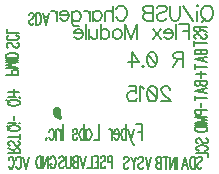
<source format=gbo>
G04 DipTrace 2.4.0.2*
%INQiUSBCharger.gbo*%
%MOMM*%
%ADD10C,0.25*%
%ADD11C,0.14*%
%ADD74O,0.723X0.863*%
%ADD105C,0.157*%
%FSLAX53Y53*%
G04*
G71*
G90*
G75*
G01*
%LNBotSilk*%
%LPD*%
G36*
X17491Y17042D2*
X16874Y17675D1*
X17358Y18022D1*
X17484Y17865D1*
X17491Y17042D1*
G37*
D74*
X17209Y17737D3*
X17494Y17158D2*
D10*
G02X16978Y17662I68J586D01*
G01*
X17508Y17182D2*
G03X17448Y17802I-970J219D01*
G01*
X14058Y18440D2*
D105*
X14011Y18382D1*
X13913Y18323D1*
X13816Y18294D1*
X13670Y18265D1*
X13427D1*
X13281Y18294D1*
X13185Y18323D1*
X13087Y18382D1*
X13039Y18440D1*
Y18556D1*
X13087Y18615D1*
X13185Y18673D1*
X13281Y18702D1*
X13427Y18732D1*
X13670D1*
X13816Y18702D1*
X13913Y18673D1*
X14011Y18615D1*
X14058Y18556D1*
Y18440D1*
X13233Y18527D2*
X12941Y18702D1*
X14058Y18920D2*
X14010Y18949D1*
X14058Y18979D1*
X14108Y18949D1*
X14058Y18920D1*
X13718Y18949D2*
X13037D1*
X13985Y19429D2*
X13110D1*
X13547Y19167D2*
Y19692D1*
X14070Y16294D2*
X14023Y16236D1*
X13925Y16177D1*
X13827Y16148D1*
X13681Y16119D1*
X13439D1*
X13293Y16148D1*
X13196Y16177D1*
X13098Y16236D1*
X13050Y16294D1*
Y16410D1*
X13098Y16469D1*
X13196Y16527D1*
X13293Y16556D1*
X13439Y16586D1*
X13681D1*
X13827Y16556D1*
X13925Y16527D1*
X14023Y16469D1*
X14070Y16410D1*
Y16294D1*
X13244Y16381D2*
X12952Y16556D1*
X14070Y16774D2*
X14022Y16803D1*
X14070Y16832D1*
X14119Y16803D1*
X14070Y16774D1*
X13730Y16803D2*
X13049D1*
X13559Y17021D2*
Y17358D1*
X13611Y14240D2*
Y14502D1*
X13661Y14589D1*
X13709Y14619D1*
X13805Y14648D1*
X13903D1*
X14000Y14619D1*
X14049Y14589D1*
X14097Y14502D1*
Y14240D1*
X13077D1*
X13611Y14444D2*
X13077Y14648D1*
X13951Y15244D2*
X14049Y15187D1*
X14097Y15099D1*
Y14982D1*
X14049Y14895D1*
X13951Y14836D1*
X13855D1*
X13757Y14866D1*
X13709Y14895D1*
X13661Y14953D1*
X13563Y15128D1*
X13515Y15187D1*
X13465Y15216D1*
X13369Y15244D1*
X13223D1*
X13126Y15187D1*
X13077Y15099D1*
Y14982D1*
X13126Y14895D1*
X13223Y14836D1*
X14097Y15637D2*
X13077D1*
X14097Y15433D2*
Y15841D1*
X13407Y20869D2*
Y21132D1*
X13455Y21219D1*
X13505Y21248D1*
X13601Y21277D1*
X13747D1*
X13844Y21248D1*
X13893Y21219D1*
X13942Y21132D1*
Y20869D1*
X12921D1*
Y21932D2*
X13942D1*
X12921Y21699D1*
X13942Y21465D1*
X12921D1*
X13942Y22120D2*
X12921D1*
X13942Y22308D2*
X12921D1*
Y22512D1*
X12970Y22600D1*
X13067Y22659D1*
X13164Y22688D1*
X13309Y22717D1*
X13553D1*
X13699Y22688D1*
X13796Y22659D1*
X13893Y22600D1*
X13942Y22512D1*
Y22308D1*
X13829Y23589D2*
X13927Y23531D1*
X13975Y23443D1*
Y23327D1*
X13927Y23239D1*
X13829Y23180D1*
X13733D1*
X13635Y23210D1*
X13587Y23239D1*
X13538Y23297D1*
X13441Y23472D1*
X13392Y23531D1*
X13343Y23560D1*
X13246Y23589D1*
X13100D1*
X13004Y23531D1*
X12954Y23443D1*
Y23327D1*
X13004Y23239D1*
X13100Y23180D1*
X13733Y24214D2*
X13829Y24185D1*
X13927Y24127D1*
X13975Y24069D1*
Y23952D1*
X13927Y23893D1*
X13829Y23836D1*
X13733Y23806D1*
X13587Y23777D1*
X13343D1*
X13198Y23806D1*
X13100Y23836D1*
X13004Y23893D1*
X12954Y23952D1*
Y24069D1*
X13004Y24127D1*
X13100Y24185D1*
X13198Y24214D1*
X13975Y24402D2*
X12954D1*
Y24752D1*
X15265Y25239D2*
X15207Y25142D1*
X15119Y25093D1*
X15003D1*
X14915Y25142D1*
X14856Y25239D1*
Y25336D1*
X14886Y25434D1*
X14915Y25482D1*
X14973Y25530D1*
X15148Y25628D1*
X15207Y25676D1*
X15236Y25726D1*
X15265Y25822D1*
Y25968D1*
X15207Y26065D1*
X15119Y26114D1*
X15003D1*
X14915Y26065D1*
X14856Y25968D1*
X15453Y25093D2*
Y26114D1*
X15657D1*
X15745Y26065D1*
X15803Y25968D1*
X15832Y25870D1*
X15861Y25726D1*
Y25482D1*
X15832Y25336D1*
X15803Y25239D1*
X15745Y25142D1*
X15657Y25093D1*
X15453D1*
X16516Y26114D2*
X16283Y25093D1*
X16049Y26114D1*
X16137Y25774D2*
X16429D1*
X29071Y13796D2*
X29129Y13894D1*
X29217Y13942D1*
X29333D1*
X29421Y13894D1*
X29479Y13796D1*
Y13699D1*
X29450Y13602D1*
X29421Y13553D1*
X29363Y13505D1*
X29188Y13407D1*
X29129Y13359D1*
X29100Y13310D1*
X29071Y13213D1*
Y13067D1*
X29129Y12970D1*
X29217Y12921D1*
X29333D1*
X29421Y12970D1*
X29479Y13067D1*
X28883Y13942D2*
Y12921D1*
X28679D1*
X28591Y12970D1*
X28532Y13067D1*
X28503Y13165D1*
X28474Y13310D1*
Y13553D1*
X28503Y13699D1*
X28532Y13796D1*
X28591Y13894D1*
X28679Y13942D1*
X28883D1*
X27819Y12921D2*
X28053Y13942D1*
X28286Y12921D1*
X28199Y13261D2*
X27907D1*
X29143Y15076D2*
X29045Y15134D1*
X28997Y15221D1*
Y15338D1*
X29045Y15425D1*
X29143Y15484D1*
X29240D1*
X29337Y15454D1*
X29386Y15425D1*
X29434Y15367D1*
X29532Y15192D1*
X29580Y15134D1*
X29629Y15105D1*
X29726Y15076D1*
X29872D1*
X29968Y15134D1*
X30018Y15221D1*
Y15338D1*
X29968Y15425D1*
X29872Y15484D1*
X29240Y14450D2*
X29143Y14479D1*
X29045Y14538D1*
X28997Y14596D1*
Y14712D1*
X29045Y14771D1*
X29143Y14829D1*
X29240Y14858D1*
X29386Y14887D1*
X29629D1*
X29774Y14858D1*
X29872Y14829D1*
X29968Y14771D1*
X30018Y14712D1*
Y14596D1*
X29968Y14538D1*
X29872Y14479D1*
X29774Y14450D1*
X28997Y14262D2*
X30018D1*
Y13912D1*
X29457Y17872D2*
Y17609D1*
X29409Y17522D1*
X29359Y17493D1*
X29263Y17464D1*
X29117D1*
X29020Y17493D1*
X28971Y17522D1*
X28923Y17609D1*
Y17872D1*
X29943D1*
Y16809D2*
X28923D1*
X29943Y17042D1*
X28923Y17275D1*
X29943D1*
X28923Y16621D2*
X29943D1*
X28923Y16433D2*
X29943D1*
Y16228D1*
X29894Y16141D1*
X29797Y16082D1*
X29700Y16053D1*
X29555Y16024D1*
X29311D1*
X29165Y16053D1*
X29069Y16082D1*
X28971Y16141D1*
X28923Y16228D1*
Y16433D1*
X28889Y20362D2*
X29910D1*
Y20099D1*
X29860Y20011D1*
X29812Y19982D1*
X29716Y19953D1*
X29570D1*
X29472Y19982D1*
X29424Y20011D1*
X29375Y20099D1*
X29326Y20011D1*
X29278Y19982D1*
X29181Y19953D1*
X29083D1*
X28987Y19982D1*
X28937Y20011D1*
X28889Y20099D1*
Y20362D1*
X29375D2*
Y20099D1*
X29910Y19298D2*
X28889Y19532D1*
X29910Y19765D1*
X29570Y19678D2*
Y19386D1*
X28889Y18906D2*
X29910D1*
X28889Y19110D2*
Y18702D1*
X29400Y18513D2*
Y18176D1*
X28901Y23012D2*
X29922D1*
Y22749D1*
X29872Y22662D1*
X29824Y22633D1*
X29728Y22604D1*
X29582D1*
X29484Y22633D1*
X29436Y22662D1*
X29387Y22749D1*
X29338Y22662D1*
X29290Y22633D1*
X29193Y22604D1*
X29095D1*
X28999Y22633D1*
X28949Y22662D1*
X28901Y22749D1*
Y23012D1*
X29387D2*
Y22749D1*
X29922Y21949D2*
X28901Y22182D1*
X29922Y22416D1*
X29582Y22328D2*
Y22036D1*
X28901Y21556D2*
X29922D1*
X28901Y21760D2*
Y21352D1*
X28975Y20902D2*
X29849D1*
X29413Y21164D2*
Y20639D1*
X29353Y24921D2*
Y24659D1*
X29304Y24572D1*
X29256Y24542D1*
X29159Y24513D1*
X29061D1*
X28965Y24542D1*
X28915Y24572D1*
X28867Y24659D1*
Y24921D1*
X29888D1*
X29353Y24717D2*
X29888Y24513D1*
X29013Y23916D2*
X28915Y23974D1*
X28867Y24062D1*
Y24178D1*
X28915Y24266D1*
X29013Y24325D1*
X29110D1*
X29207Y24295D1*
X29256Y24266D1*
X29304Y24208D1*
X29402Y24033D1*
X29450Y23974D1*
X29499Y23945D1*
X29596Y23916D1*
X29742D1*
X29839Y23974D1*
X29888Y24062D1*
Y24178D1*
X29839Y24266D1*
X29742Y24325D1*
X28867Y23524D2*
X29888D1*
X28867Y23728D2*
Y23320D1*
X27426Y13929D2*
Y12908D1*
X26830Y13929D2*
Y12908D1*
X27238Y13929D1*
Y12908D1*
X26437Y13929D2*
Y12908D1*
X26641Y13929D2*
X26233D1*
X26045D2*
Y12908D1*
X25782D1*
X25694Y12957D1*
X25665Y13006D1*
X25636Y13102D1*
Y13248D1*
X25665Y13346D1*
X25694Y13394D1*
X25782Y13443D1*
X25694Y13492D1*
X25665Y13540D1*
X25636Y13637D1*
Y13735D1*
X25665Y13831D1*
X25694Y13881D1*
X25782Y13929D1*
X26045D1*
Y13443D2*
X25782D1*
X25189Y13922D2*
X24956Y12902D1*
X24722Y13922D1*
X24126Y13776D2*
X24184Y13874D1*
X24271Y13922D1*
X24388D1*
X24476Y13874D1*
X24534Y13776D1*
Y13680D1*
X24504Y13582D1*
X24476Y13534D1*
X24418Y13486D1*
X24242Y13388D1*
X24184Y13340D1*
X24155Y13290D1*
X24126Y13194D1*
Y13048D1*
X24184Y12951D1*
X24271Y12902D1*
X24388D1*
X24476Y12951D1*
X24534Y13048D1*
X23938Y13922D2*
X23704Y13436D1*
Y12902D1*
X23471Y13922D2*
X23704Y13436D1*
X22875Y13776D2*
X22933Y13874D1*
X23020Y13922D1*
X23137D1*
X23224Y13874D1*
X23283Y13776D1*
Y13680D1*
X23253Y13582D1*
X23224Y13534D1*
X23166Y13486D1*
X22991Y13388D1*
X22933Y13340D1*
X22904Y13290D1*
X22875Y13194D1*
Y13048D1*
X22933Y12951D1*
X23020Y12902D1*
X23137D1*
X23224Y12951D1*
X23283Y13048D1*
X21918Y13458D2*
X21655D1*
X21568Y13506D1*
X21539Y13555D1*
X21510Y13652D1*
Y13798D1*
X21539Y13894D1*
X21568Y13944D1*
X21655Y13992D1*
X21918D1*
Y12971D1*
X20913Y13846D2*
X20971Y13944D1*
X21059Y13992D1*
X21175D1*
X21263Y13944D1*
X21322Y13846D1*
Y13750D1*
X21292Y13652D1*
X21263Y13604D1*
X21205Y13555D1*
X21030Y13458D1*
X20971Y13409D1*
X20942Y13360D1*
X20913Y13263D1*
Y13117D1*
X20971Y13021D1*
X21059Y12971D1*
X21175D1*
X21263Y13021D1*
X21322Y13117D1*
X20346Y13992D2*
X20725D1*
Y12971D1*
X20346D1*
X20725Y13506D2*
X20492D1*
X20158Y13992D2*
Y12971D1*
X19808D1*
X19658Y13986D2*
X19425Y12965D1*
X19192Y13986D1*
X19004D2*
Y12965D1*
X18741D1*
X18653Y13014D1*
X18624Y13062D1*
X18595Y13159D1*
Y13305D1*
X18624Y13403D1*
X18653Y13451D1*
X18741Y13499D1*
X18653Y13549D1*
X18624Y13597D1*
X18595Y13694D1*
Y13791D1*
X18624Y13888D1*
X18653Y13937D1*
X18741Y13986D1*
X19004D1*
Y13499D2*
X18741D1*
X18407Y13986D2*
Y13257D1*
X18378Y13111D1*
X18320Y13014D1*
X18232Y12965D1*
X18174D1*
X18086Y13014D1*
X18028Y13111D1*
X17999Y13257D1*
Y13986D1*
X17402Y13840D2*
X17460Y13937D1*
X17548Y13986D1*
X17664D1*
X17752Y13937D1*
X17811Y13840D1*
Y13743D1*
X17781Y13645D1*
X17752Y13597D1*
X17694Y13549D1*
X17519Y13451D1*
X17460Y13403D1*
X17431Y13353D1*
X17402Y13257D1*
Y13111D1*
X17460Y13014D1*
X17548Y12965D1*
X17664D1*
X17752Y13014D1*
X17811Y13111D1*
X16672Y13737D2*
X16701Y13833D1*
X16759Y13931D1*
X16817Y13979D1*
X16934D1*
X16992Y13931D1*
X17050Y13833D1*
X17080Y13737D1*
X17109Y13591D1*
Y13347D1*
X17080Y13202D1*
X17050Y13104D1*
X16992Y13008D1*
X16934Y12958D1*
X16817D1*
X16759Y13008D1*
X16701Y13104D1*
X16672Y13202D1*
Y13347D1*
X16817D1*
X16075Y13979D2*
Y12958D1*
X16484Y13979D1*
Y12958D1*
X15887Y13979D2*
Y12958D1*
X15683D1*
X15595Y13008D1*
X15537Y13104D1*
X15508Y13202D1*
X15479Y13347D1*
Y13591D1*
X15508Y13737D1*
X15537Y13833D1*
X15595Y13931D1*
X15683Y13979D1*
X15887D1*
X14850Y13936D2*
X14617Y12915D1*
X14383Y13936D1*
X13758Y13693D2*
X13787Y13790D1*
X13845Y13888D1*
X13903Y13936D1*
X14020D1*
X14079Y13888D1*
X14137Y13790D1*
X14166Y13693D1*
X14195Y13547D1*
Y13304D1*
X14166Y13159D1*
X14137Y13061D1*
X14079Y12964D1*
X14020Y12915D1*
X13903D1*
X13845Y12964D1*
X13787Y13061D1*
X13758Y13159D1*
X13132Y13693D2*
X13161Y13790D1*
X13220Y13888D1*
X13278Y13936D1*
X13394D1*
X13453Y13888D1*
X13511Y13790D1*
X13541Y13693D1*
X13570Y13547D1*
Y13304D1*
X13541Y13159D1*
X13511Y13061D1*
X13453Y12964D1*
X13394Y12915D1*
X13278D1*
X13220Y12964D1*
X13161Y13061D1*
X13132Y13159D1*
X27932Y22199D2*
D11*
X27386D1*
X27203Y22260D1*
X27142Y22321D1*
X27081Y22442D1*
Y22564D1*
X27142Y22684D1*
X27203Y22746D1*
X27386Y22807D1*
X27932D1*
Y21530D1*
X27507Y22199D2*
X27081Y21530D1*
X25318Y22805D2*
X25501Y22745D1*
X25623Y22562D1*
X25683Y22259D1*
Y22077D1*
X25623Y21773D1*
X25501Y21591D1*
X25318Y21530D1*
X25198D1*
X25015Y21591D1*
X24895Y21773D1*
X24833Y22077D1*
Y22259D1*
X24895Y22562D1*
X25015Y22745D1*
X25198Y22805D1*
X25318D1*
X24895Y22562D2*
X25623Y21773D1*
X24495Y21653D2*
X24555Y21591D1*
X24495Y21530D1*
X24433Y21591D1*
X24495Y21653D1*
X23547Y21530D2*
Y22805D1*
X24155Y21956D1*
X23244D1*
X23907Y16668D2*
X24382D1*
Y15392D1*
Y16060D2*
X24090D1*
X23704Y16243D2*
X23486Y15392D1*
X23558Y15149D1*
X23631Y15027D1*
X23704Y14967D1*
X23741D1*
X23267Y16243D2*
X23486Y15392D1*
X23100Y16668D2*
Y15392D1*
Y16060D2*
X23027Y16182D1*
X22954Y16243D1*
X22845D1*
X22772Y16182D1*
X22699Y16060D1*
X22663Y15878D1*
Y15757D1*
X22699Y15574D1*
X22772Y15454D1*
X22845Y15392D1*
X22954D1*
X23027Y15454D1*
X23100Y15574D1*
X22496Y15878D2*
X22059D1*
Y16000D1*
X22095Y16122D1*
X22131Y16182D1*
X22205Y16243D1*
X22314D1*
X22387Y16182D1*
X22460Y16060D1*
X22496Y15878D1*
Y15757D1*
X22460Y15574D1*
X22387Y15454D1*
X22314Y15392D1*
X22205D1*
X22131Y15454D1*
X22059Y15574D1*
X21892Y16243D2*
Y15392D1*
Y15878D2*
X21855Y16060D1*
X21783Y16182D1*
X21710Y16243D1*
X21600D1*
X20761Y16668D2*
Y15392D1*
X20324D1*
X19720Y16243D2*
Y15392D1*
Y16060D2*
X19793Y16182D1*
X19866Y16243D1*
X19975D1*
X20048Y16182D1*
X20120Y16060D1*
X20157Y15878D1*
Y15757D1*
X20120Y15574D1*
X20048Y15454D1*
X19975Y15392D1*
X19866D1*
X19793Y15454D1*
X19720Y15574D1*
X19554Y16668D2*
Y15392D1*
Y16060D2*
X19480Y16182D1*
X19408Y16243D1*
X19298D1*
X19226Y16182D1*
X19153Y16060D1*
X19116Y15878D1*
Y15757D1*
X19153Y15574D1*
X19226Y15454D1*
X19298Y15392D1*
X19408D1*
X19480Y15454D1*
X19554Y15574D1*
X18549Y16060D2*
X18585Y16182D1*
X18695Y16243D1*
X18804D1*
X18914Y16182D1*
X18950Y16060D1*
X18914Y15939D1*
X18840Y15878D1*
X18658Y15817D1*
X18585Y15757D1*
X18549Y15635D1*
Y15574D1*
X18585Y15454D1*
X18695Y15392D1*
X18804D1*
X18914Y15454D1*
X18950Y15574D1*
X17710Y16668D2*
Y15392D1*
X17544Y16243D2*
Y15392D1*
Y16000D2*
X17434Y16182D1*
X17361Y16243D1*
X17252D1*
X17179Y16182D1*
X17143Y16000D1*
Y15392D1*
X16538Y16060D2*
X16611Y16182D1*
X16684Y16243D1*
X16793D1*
X16866Y16182D1*
X16939Y16060D1*
X16976Y15878D1*
Y15757D1*
X16939Y15574D1*
X16866Y15454D1*
X16793Y15392D1*
X16684D1*
X16611Y15454D1*
X16538Y15574D1*
X16335Y15514D2*
X16371Y15452D1*
X16335Y15392D1*
X16298Y15452D1*
X16335Y15514D1*
X26788Y19606D2*
Y19666D1*
X26728Y19788D1*
X26667Y19848D1*
X26545Y19909D1*
X26302D1*
X26182Y19848D1*
X26121Y19788D1*
X26059Y19666D1*
Y19545D1*
X26121Y19423D1*
X26242Y19242D1*
X26850Y18634D1*
X25999D1*
X25356Y19909D2*
X25539Y19848D1*
X25661Y19666D1*
X25721Y19363D1*
Y19180D1*
X25661Y18877D1*
X25539Y18694D1*
X25356Y18634D1*
X25236D1*
X25053Y18694D1*
X24932Y18877D1*
X24871Y19180D1*
Y19363D1*
X24932Y19666D1*
X25053Y19848D1*
X25236Y19909D1*
X25356D1*
X24932Y19666D2*
X25661Y18877D1*
X24593Y19666D2*
X24471Y19728D1*
X24288Y19909D1*
Y18634D1*
X23282Y19909D2*
X23888D1*
X23949Y19363D1*
X23888Y19423D1*
X23706Y19485D1*
X23525D1*
X23342Y19423D1*
X23220Y19302D1*
X23160Y19120D1*
Y18999D1*
X23220Y18817D1*
X23342Y18694D1*
X23525Y18634D1*
X23706D1*
X23888Y18694D1*
X23949Y18756D1*
X24010Y18877D1*
X27597Y25160D2*
X28388D1*
Y23884D1*
Y24552D2*
X27902D1*
X27320Y25160D2*
Y23884D1*
X27042Y24370D2*
X26313D1*
Y24492D1*
X26374Y24614D1*
X26434Y24674D1*
X26556Y24735D1*
X26739D1*
X26859Y24674D1*
X26981Y24552D1*
X27042Y24370D1*
Y24249D1*
X26981Y24067D1*
X26859Y23946D1*
X26739Y23884D1*
X26556D1*
X26434Y23946D1*
X26313Y24067D1*
X26035Y24735D2*
X25367Y23884D1*
Y24735D2*
X26035Y23884D1*
X22998D2*
Y25160D1*
X23484Y23884D1*
X23969Y25160D1*
Y23884D1*
X22417Y24735D2*
X22538Y24674D1*
X22660Y24552D1*
X22720Y24370D1*
Y24249D1*
X22660Y24067D1*
X22538Y23946D1*
X22417Y23884D1*
X22234D1*
X22112Y23946D1*
X21992Y24067D1*
X21930Y24249D1*
Y24370D1*
X21992Y24552D1*
X22112Y24674D1*
X22234Y24735D1*
X22417D1*
X20923Y25160D2*
Y23884D1*
Y24552D2*
X21044Y24674D1*
X21166Y24735D1*
X21349D1*
X21469Y24674D1*
X21592Y24552D1*
X21652Y24370D1*
Y24249D1*
X21592Y24067D1*
X21469Y23946D1*
X21349Y23884D1*
X21166D1*
X21044Y23946D1*
X20923Y24067D1*
X20646Y24735D2*
Y24127D1*
X20585Y23946D1*
X20463Y23884D1*
X20281D1*
X20160Y23946D1*
X19977Y24127D1*
Y24735D2*
Y23884D1*
X19700Y25160D2*
Y23884D1*
X19422Y24370D2*
X18693D1*
Y24492D1*
X18754Y24614D1*
X18814Y24674D1*
X18936Y24735D1*
X19119D1*
X19239Y24674D1*
X19361Y24552D1*
X19422Y24370D1*
Y24249D1*
X19361Y24067D1*
X19239Y23946D1*
X19119Y23884D1*
X18936D1*
X18814Y23946D1*
X18693Y24067D1*
X30065Y26732D2*
X30186Y26673D1*
X30308Y26551D1*
X30368Y26429D1*
X30430Y26246D1*
Y25943D1*
X30368Y25760D1*
X30308Y25640D1*
X30186Y25517D1*
X30065Y25457D1*
X29822D1*
X29700Y25517D1*
X29579Y25640D1*
X29519Y25760D1*
X29457Y25943D1*
Y26246D1*
X29519Y26429D1*
X29579Y26551D1*
X29700Y26673D1*
X29822Y26732D1*
X30065D1*
X29883Y25700D2*
X29519Y25335D1*
X29179Y26732D2*
X29119Y26671D1*
X29057Y26732D1*
X29119Y26794D1*
X29179Y26732D1*
X29119Y26306D2*
Y25456D1*
X28780D2*
X27929Y26730D1*
X27651Y26732D2*
Y25821D1*
X27591Y25638D1*
X27469Y25517D1*
X27286Y25456D1*
X27165D1*
X26983Y25517D1*
X26861Y25638D1*
X26800Y25821D1*
Y26732D1*
X25672Y26549D2*
X25793Y26671D1*
X25975Y26732D1*
X26218D1*
X26400Y26671D1*
X26523Y26549D1*
Y26429D1*
X26461Y26306D1*
X26400Y26246D1*
X26280Y26186D1*
X25915Y26064D1*
X25793Y26003D1*
X25732Y25941D1*
X25672Y25821D1*
Y25638D1*
X25793Y25517D1*
X25975Y25456D1*
X26218D1*
X26400Y25517D1*
X26523Y25638D1*
X25394Y26732D2*
Y25456D1*
X24847D1*
X24664Y25517D1*
X24604Y25578D1*
X24543Y25699D1*
Y25881D1*
X24604Y26003D1*
X24664Y26064D1*
X24847Y26124D1*
X24664Y26186D1*
X24604Y26246D1*
X24543Y26367D1*
Y26489D1*
X24604Y26610D1*
X24664Y26671D1*
X24847Y26732D1*
X25394D1*
Y26124D2*
X24847D1*
X22234Y26429D2*
X22295Y26549D1*
X22417Y26671D1*
X22538Y26732D1*
X22780D1*
X22903Y26671D1*
X23023Y26549D1*
X23085Y26429D1*
X23145Y26246D1*
Y25941D1*
X23085Y25760D1*
X23023Y25638D1*
X22903Y25517D1*
X22780Y25456D1*
X22538D1*
X22417Y25517D1*
X22295Y25638D1*
X22234Y25760D1*
X21957Y26732D2*
Y25456D1*
Y26064D2*
X21774Y26246D1*
X21652Y26306D1*
X21469D1*
X21349Y26246D1*
X21288Y26064D1*
Y25456D1*
X20282Y26306D2*
Y25456D1*
Y26124D2*
X20403Y26246D1*
X20525Y26306D1*
X20706D1*
X20828Y26246D1*
X20949Y26124D1*
X21011Y25941D1*
Y25821D1*
X20949Y25638D1*
X20828Y25517D1*
X20706Y25456D1*
X20525D1*
X20403Y25517D1*
X20282Y25638D1*
X20004Y26306D2*
Y25456D1*
Y25941D2*
X19942Y26124D1*
X19822Y26246D1*
X19700Y26306D1*
X19517D1*
X18511Y26246D2*
Y25273D1*
X18571Y25092D1*
X18631Y25030D1*
X18754Y24970D1*
X18936D1*
X19057Y25030D1*
X18511Y26064D2*
X18631Y26184D1*
X18754Y26246D1*
X18936D1*
X19057Y26184D1*
X19179Y26064D1*
X19239Y25881D1*
Y25759D1*
X19179Y25578D1*
X19057Y25456D1*
X18936Y25395D1*
X18754D1*
X18631Y25456D1*
X18511Y25578D1*
X18233Y25941D2*
X17504D1*
Y26064D1*
X17565Y26186D1*
X17625Y26246D1*
X17747Y26306D1*
X17930D1*
X18050Y26246D1*
X18173Y26124D1*
X18233Y25941D1*
Y25821D1*
X18173Y25638D1*
X18050Y25517D1*
X17930Y25456D1*
X17747D1*
X17625Y25517D1*
X17504Y25638D1*
X17227Y26306D2*
Y25456D1*
Y25941D2*
X17165Y26124D1*
X17044Y26246D1*
X16922Y26306D1*
X16739D1*
M02*

</source>
